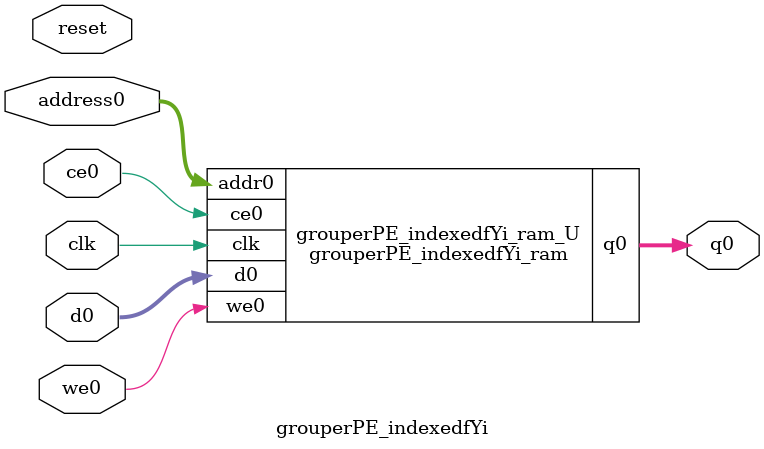
<source format=v>

`timescale 1 ns / 1 ps
module grouperPE_indexedfYi_ram (addr0, ce0, d0, we0, q0,  clk);

parameter DWIDTH = 8;
parameter AWIDTH = 15;
parameter MEM_SIZE = 32768;

input[AWIDTH-1:0] addr0;
input ce0;
input[DWIDTH-1:0] d0;
input we0;
output reg[DWIDTH-1:0] q0;
input clk;

(* ram_style = "block" *)reg [DWIDTH-1:0] ram[0:MEM_SIZE-1];




always @(posedge clk)  
begin 
    if (ce0) 
    begin
        if (we0) 
        begin 
            ram[addr0] <= d0; 
            q0 <= d0;
        end 
        else 
            q0 <= ram[addr0];
    end
end


endmodule


`timescale 1 ns / 1 ps
module grouperPE_indexedfYi(
    reset,
    clk,
    address0,
    ce0,
    we0,
    d0,
    q0);

parameter DataWidth = 32'd8;
parameter AddressRange = 32'd32768;
parameter AddressWidth = 32'd15;
input reset;
input clk;
input[AddressWidth - 1:0] address0;
input ce0;
input we0;
input[DataWidth - 1:0] d0;
output[DataWidth - 1:0] q0;



grouperPE_indexedfYi_ram grouperPE_indexedfYi_ram_U(
    .clk( clk ),
    .addr0( address0 ),
    .ce0( ce0 ),
    .we0( we0 ),
    .d0( d0 ),
    .q0( q0 ));

endmodule


</source>
